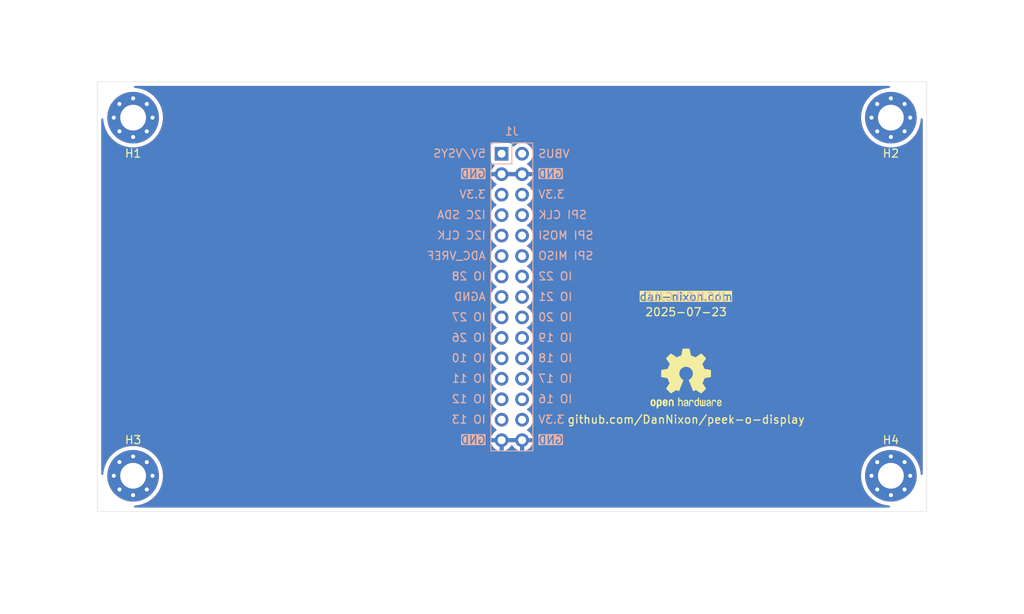
<source format=kicad_pcb>
(kicad_pcb (version 20241229) (generator "pcbnew") (generator_version "9.0")
  (layers (0 "F.Cu" signal) (2 "B.Cu" signal) (13 "F.Paste" user) (15 "B.Paste" user) (5 "F.SilkS" user "F.Silkscreen") (7 "B.SilkS" user "B.Silkscreen") (1 "F.Mask" user) (3 "B.Mask" user) (25 "Edge.Cuts" user))
  (net 0 "")
  (net 1 "/IO_19")
  (net 2 "/IO_12")
  (net 3 "/I2C_SDA")
  (net 4 "GND")
  (net 5 "/IO_18")
  (net 6 "/IO_22")
  (net 7 "VBUS")
  (net 8 "/IO_26")
  (net 9 "/AGND")
  (net 10 "/IO_28")
  (net 11 "/IO_17")
  (net 12 "/IO_27")
  (net 13 "/IO_13")
  (net 14 "/SPI_MOSI")
  (net 15 "/SPI_MISO")
  (net 16 "/IO_20")
  (net 17 "/SPI_CLK")
  (net 18 "+3.3V")
  (net 19 "/ADC_VREF")
  (net 20 "+5V")
  (net 21 "/IO_16")
  (net 22 "/I2C_CLK")
  (net 23 "/IO_21")
  (net 60 "/IO_10")
  (net 61 "/IO_11")
  (footprint "MountingHole:MountingHole_3.2mm_M3_Pad_Via" (layer "F.Cu") (at 80.01 78.105)
    (property "Reference" "H1" (at 0 4.445 0) (layer "F.SilkS"))
    (property "Value" "MountingHole_Pad")
    (pad "1" thru_hole circle (at -2.4 0) (size 0.8 0.8) (drill 0.5) (layers "*.Cu" "*.Mask"))
    (pad "1" thru_hole circle (at -1.697056 -1.697056) (size 0.8 0.8) (drill 0.5) (layers "*.Cu" "*.Mask"))
    (pad "1" thru_hole circle (at -1.697056 1.697056) (size 0.8 0.8) (drill 0.5) (layers "*.Cu" "*.Mask"))
    (pad "1" thru_hole circle (at 0 -2.4) (size 0.8 0.8) (drill 0.5) (layers "*.Cu" "*.Mask"))
    (pad "1" thru_hole circle (at 0 0) (size 6.4 6.4) (drill 3.2) (layers "*.Cu" "*.Mask"))
    (pad "1" thru_hole circle (at 0 2.4) (size 0.8 0.8) (drill 0.5) (layers "*.Cu" "*.Mask"))
    (pad "1" thru_hole circle (at 1.697056 -1.697056) (size 0.8 0.8) (drill 0.5) (layers "*.Cu" "*.Mask"))
    (pad "1" thru_hole circle (at 1.697056 1.697056) (size 0.8 0.8) (drill 0.5) (layers "*.Cu" "*.Mask"))
    (pad "1" thru_hole circle (at 2.4 0) (size 0.8 0.8) (drill 0.5) (layers "*.Cu" "*.Mask"))
  )
  (footprint "Symbol:OSHW-Logo2_9.8x8mm_SilkScreen" (layer "F.Cu") (at 148.59 110.49)
    (property "Reference" "REF**" (hide yes))
    (property "Value" "OSHW-Logo2_9.8x8mm_SilkScreen" (hide yes))
    (fp_poly (pts (xy 3.570807 2.636782) (xy 3.594161 2.646988) (xy 3.649902 2.691134) (xy 3.697569 2.754967) (xy 3.727048 2.823087) (xy 3.731846 2.85667) (xy 3.71576 2.903556) (xy 3.680475 2.928365) (xy 3.642644 2.943387) (xy 3.625321 2.946155) (xy 3.616886 2.926066) (xy 3.60023 2.882351) (xy 3.592923 2.862598) (xy 3.551948 2.794271) (xy 3.492622 2.760191) (xy 3.416552 2.761239) (xy 3.410918 2.762581) (xy 3.370305 2.781836) (xy 3.340448 2.819375) (xy 3.320055 2.879809) (xy 3.307836 2.967751) (xy 3.3025 3.087813) (xy 3.302 3.151698) (xy 3.301752 3.252403) (xy 3.300126 3.321054) (xy 3.295801 3.364673) (xy 3.287454 3.390282) (xy 3.273765 3.404903) (xy 3.253411 3.415558) (xy 3.252234 3.416095) (xy 3.213038 3.432667) (xy 3.193619 3.438769) (xy 3.190635 3.420319) (xy 3.188081 3.369323) (xy 3.18614 3.292308) (xy 3.184997 3.195805) (xy 3.184769 3.125184) (xy 3.185932 2.988525) (xy 3.190479 2.884851) (xy 3.199999 2.808108) (xy 3.216081 2.752246) (xy 3.240313 2.711212) (xy 3.274286 2.678954) (xy 3.307833 2.65644) (xy 3.388499 2.626476) (xy 3.482381 2.619718) (xy 3.570807 2.636782)) (stroke (width 0.01)) (fill yes) (layer "F.SilkS"))
    (fp_poly (pts (xy -1.728336 2.595089) (xy -1.665633 2.631358) (xy -1.622039 2.667358) (xy -1.590155 2.705075) (xy -1.56819 2.751199) (xy -1.554351 2.812421) (xy -1.546847 2.895431) (xy -1.543883 3.006919) (xy -1.543539 3.087062) (xy -1.543539 3.382065) (xy -1.709615 3.456515) (xy -1.719385 3.133402) (xy -1.723421 3.012729) (xy -1.727656 2.925141) (xy -1.732903 2.86465) (xy -1.739975 2.825268) (xy -1.749689 2.801007) (xy -1.762856 2.78588) (xy -1.767081 2.782606) (xy -1.831091 2.757034) (xy -1.895792 2.767153) (xy -1.934308 2.794) (xy -1.949975 2.813024) (xy -1.96082 2.837988) (xy -1.967712 2.875834) (xy -1.971521 2.933502) (xy -1.973117 3.017935) (xy -1.973385 3.105928) (xy -1.973437 3.216323) (xy -1.975328 3.294463) (xy -1.981655 3.347165) (xy -1.995017 3.381242) (xy -2.018015 3.403511) (xy -2.053246 3.420787) (xy -2.100303 3.438738) (xy -2.151697 3.458278) (xy -2.145579 3.111485) (xy -2.143116 2.986468) (xy -2.140233 2.894082) (xy -2.136102 2.827881) (xy -2.129893 2.78142) (xy -2.120774 2.748256) (xy -2.107917 2.721944) (xy -2.092416 2.698729) (xy -2.017629 2.624569) (xy -1.926372 2.581684) (xy -1.827117 2.571412) (xy -1.728336 2.595089)) (stroke (width 0.01)) (fill yes) (layer "F.SilkS"))
    (fp_poly (pts (xy 0.713362 2.62467) (xy 0.802117 2.657421) (xy 0.874022 2.71535) (xy 0.902144 2.756128) (xy 0.932802 2.830954) (xy 0.932165 2.885058) (xy 0.899987 2.921446) (xy 0.888081 2.927633) (xy 0.836675 2.946925) (xy 0.810422 2.941982) (xy 0.80153 2.909587) (xy 0.801077 2.891692) (xy 0.784797 2.825859) (xy 0.742365 2.779807) (xy 0.683388 2.757564) (xy 0.617475 2.763161) (xy 0.563895 2.792229) (xy 0.545798 2.80881) (xy 0.532971 2.828925) (xy 0.524306 2.859332) (xy 0.518696 2.906788) (xy 0.515035 2.97805) (xy 0.512215 3.079875) (xy 0.511484 3.112115) (xy 0.50882 3.22241) (xy 0.505792 3.300036) (xy 0.50125 3.351396) (xy 0.494046 3.38289) (xy 0.483033 3.40092) (xy 0.46706 3.411888) (xy 0.456834 3.416733) (xy 0.413406 3.433301) (xy 0.387842 3.438769) (xy 0.379395 3.420507) (xy 0.374239 3.365296) (xy 0.372346 3.272499) (xy 0.373689 3.141478) (xy 0.374107 3.121269) (xy 0.377058 3.001733) (xy 0.380548 2.914449) (xy 0.385514 2.852591) (xy 0.392893 2.809336) (xy 0.403624 2.77786) (xy 0.418645 2.751339) (xy 0.426502 2.739975) (xy 0.471553 2.689692) (xy 0.52194 2.650581) (xy 0.528108 2.647167) (xy 0.618458 2.620212) (xy 0.713362 2.62467)) (stroke (width 0.01)) (fill yes) (layer "F.SilkS"))
    (fp_poly (pts (xy -0.840154 2.49212) (xy -0.834428 2.57198) (xy -0.827851 2.619039) (xy -0.818738 2.639566) (xy -0.805402 2.639829) (xy -0.801077 2.637378) (xy -0.743556 2.619636) (xy -0.668732 2.620672) (xy -0.592661 2.63891) (xy -0.545082 2.662505) (xy -0.496298 2.700198) (xy -0.460636 2.742855) (xy -0.436155 2.797057) (xy -0.420913 2.869384) (xy -0.41297 2.966419) (xy -0.410384 3.094742) (xy -0.410338 3.119358) (xy -0.410308 3.39587) (xy -0.471839 3.41732) (xy -0.515541 3.431912) (xy -0.539518 3.438706) (xy -0.540223 3.438769) (xy -0.542585 3.420345) (xy -0.544594 3.369526) (xy -0.546099 3.292993) (xy -0.546947 3.19743) (xy -0.547077 3.139329) (xy -0.547349 3.024771) (xy -0.548748 2.942667) (xy -0.552151 2.886393) (xy -0.558433 2.849326) (xy -0.568471 2.824844) (xy -0.583139 2.806325) (xy -0.592298 2.797406) (xy -0.655211 2.761466) (xy -0.723864 2.758775) (xy -0.786152 2.78917) (xy -0.797671 2.800144) (xy -0.814567 2.820779) (xy -0.826286 2.845256) (xy -0.833767 2.880647) (xy -0.837946 2.934026) (xy -0.839763 3.012466) (xy -0.840154 3.120617) (xy -0.840154 3.39587) (xy -0.901685 3.41732) (xy -0.945387 3.431912) (xy -0.969364 3.438706) (xy -0.97007 3.438769) (xy -0.971874 3.420069) (xy -0.9735 3.367322) (xy -0.974883 3.285557) (xy -0.975958 3.179805) (xy -0.97666 3.055094) (xy -0.976923 2.916455) (xy -0.976923 2.381806) (xy -0.849923 2.328236) (xy -0.840154 2.49212)) (stroke (width 0.01)) (fill yes) (layer "F.SilkS"))
    (fp_poly (pts (xy 2.395929 2.636662) (xy 2.398911 2.688068) (xy 2.401247 2.766192) (xy 2.402749 2.864857) (xy 2.403231 2.968343) (xy 2.403231 3.318533) (xy 2.341401 3.380363) (xy 2.298793 3.418462) (xy 2.26139 3.433895) (xy 2.21027 3.432918) (xy 2.189978 3.430433) (xy 2.126554 3.4232) (xy 2.074095 3.419055) (xy 2.061308 3.418672) (xy 2.018199 3.421176) (xy 1.956544 3.427462) (xy 1.932638 3.430433) (xy 1.873922 3.435028) (xy 1.834464 3.425046) (xy 1.795338 3.394228) (xy 1.781215 3.380363) (xy 1.719385 3.318533) (xy 1.719385 2.663503) (xy 1.76915 2.640829) (xy 1.812002 2.624034) (xy 1.837073 2.618154) (xy 1.843501 2.636736) (xy 1.849509 2.688655) (xy 1.854697 2.768172) (xy 1.858664 2.869546) (xy 1.860577 2.955192) (xy 1.865923 3.292231) (xy 1.91256 3.298825) (xy 1.954976 3.294214) (xy 1.97576 3.279287) (xy 1.98157 3.251377) (xy 1.98653 3.191925) (xy 1.990246 3.108466) (xy 1.992324 3.008532) (xy 1.992624 2.957104) (xy 1.992923 2.661054) (xy 2.054454 2.639604) (xy 2.098004 2.62502) (xy 2.121694 2.618219) (xy 2.122377 2.618154) (xy 2.124754 2.636642) (xy 2.127366 2.687906) (xy 2.129995 2.765649) (xy 2.132421 2.863574) (xy 2.134115 2.955192) (xy 2.139461 3.292231) (xy 2.256692 3.292231) (xy 2.262072 2.984746) (xy 2.267451 2.677261) (xy 2.324601 2.647707) (xy 2.366797 2.627413) (xy 2.39177 2.618204) (xy 2.392491 2.618154) (xy 2.395929 2.636662)) (stroke (width 0.01)) (fill yes) (layer "F.SilkS"))
    (fp_poly (pts (xy -3.983114 2.587256) (xy -3.891536 2.635409) (xy -3.823951 2.712905) (xy -3.799943 2.762727) (xy -3.781262 2.837533) (xy -3.771699 2.932052) (xy -3.770792 3.03521) (xy -3.778079 3.135935) (xy -3.793097 3.223153) (xy -3.815385 3.285791) (xy -3.822235 3.296579) (xy -3.903368 3.377105) (xy -3.999734 3.425336) (xy -4.104299 3.43945) (xy -4.210032 3.417629) (xy -4.239457 3.404547) (xy -4.296759 3.364231) (xy -4.34705 3.310775) (xy -4.351803 3.303995) (xy -4.371122 3.271321) (xy -4.383892 3.236394) (xy -4.391436 3.190414) (xy -4.395076 3.124584) (xy -4.396135 3.030105) (xy -4.396154 3.008923) (xy -4.396106 3.002182) (xy -4.200769 3.002182) (xy -4.199632 3.091349) (xy -4.195159 3.15052) (xy -4.185754 3.188741) (xy -4.169824 3.215053) (xy -4.161692 3.223846) (xy -4.114942 3.257261) (xy -4.069553 3.255737) (xy -4.02366 3.226752) (xy -3.996288 3.195809) (xy -3.980077 3.150643) (xy -3.970974 3.07942) (xy -3.970349 3.071114) (xy -3.968796 2.942037) (xy -3.985035 2.846172) (xy -4.018848 2.784107) (xy -4.070016 2.756432) (xy -4.08828 2.754923) (xy -4.13624 2.762513) (xy -4.169047 2.788808) (xy -4.189105 2.839095) (xy -4.198822 2.918664) (xy -4.200769 3.002182) (xy -4.396106 3.002182) (xy -4.395426 2.908249) (xy -4.392371 2.837906) (xy -4.385678 2.789163) (xy -4.37404 2.753288) (xy -4.356147 2.721548) (xy -4.352192 2.715648) (xy -4.285733 2.636104) (xy -4.213315 2.589929) (xy -4.125151 2.571599) (xy -4.095213 2.570703) (xy -3.983114 2.587256)) (stroke (width 0.01)) (fill yes) (layer "F.SilkS"))
    (fp_poly (pts (xy 4.245224 2.647838) (xy 4.322528 2.698361) (xy 4.359814 2.74359) (xy 4.389353 2.825663) (xy 4.391699 2.890607) (xy 4.386385 2.977445) (xy 4.186115 3.065103) (xy 4.088739 3.109887) (xy 4.025113 3.145913) (xy 3.992029 3.177117) (xy 3.98628 3.207436) (xy 4.004658 3.240805) (xy 4.024923 3.262923) (xy 4.083889 3.298393) (xy 4.148024 3.300879) (xy 4.206926 3.273235) (xy 4.250197 3.21832) (xy 4.257936 3.198928) (xy 4.295006 3.138364) (xy 4.337654 3.112552) (xy 4.396154 3.090471) (xy 4.396154 3.174184) (xy 4.390982 3.23115) (xy 4.370723 3.279189) (xy 4.328262 3.334346) (xy 4.321951 3.341514) (xy 4.27472 3.390585) (xy 4.234121 3.41692) (xy 4.183328 3.429035) (xy 4.14122 3.433003) (xy 4.065902 3.433991) (xy 4.012286 3.421466) (xy 3.978838 3.402869) (xy 3.926268 3.361975) (xy 3.889879 3.317748) (xy 3.86685 3.262126) (xy 3.854359 3.187047) (xy 3.849587 3.084449) (xy 3.849206 3.032376) (xy 3.850501 2.969948) (xy 3.968471 2.969948) (xy 3.969839 3.003438) (xy 3.973249 3.008923) (xy 3.995753 3.001472) (xy 4.044182 2.981753) (xy 4.108908 2.953718) (xy 4.122443 2.947692) (xy 4.204244 2.906096) (xy 4.249312 2.869538) (xy 4.259217 2.835296) (xy 4.235526 2.800648) (xy 4.21596 2.785339) (xy 4.14536 2.754721) (xy 4.07928 2.75978) (xy 4.023959 2.797151) (xy 3.985636 2.863473) (xy 3.973349 2.916116) (xy 3.968471 2.969948) (xy 3.850501 2.969948) (xy 3.85173 2.91072) (xy 3.861032 2.82071) (xy 3.87946 2.755167) (xy 3.90936 2.706912) (xy 3.95308 2.668767) (xy 3.972141 2.65644) (xy 4.058726 2.624336) (xy 4.153522 2.622316) (xy 4.245224 2.647838)) (stroke (width 0.01)) (fill yes) (layer "F.SilkS"))
    (fp_poly (pts (xy 1.602081 2.780289) (xy 1.601833 2.92632) (xy 1.600872 3.038655) (xy 1.598794 3.122678) (xy 1.595193 3.183769) (xy 1.589665 3.227309) (xy 1.581804 3.258679) (xy 1.571207 3.283262) (xy 1.563182 3.297294) (xy 1.496728 3.373388) (xy 1.41247 3.421084) (xy 1.319249 3.438199) (xy 1.2259 3.422546) (xy 1.170312 3.394418) (xy 1.111957 3.34576) (xy 1.072186 3.286333) (xy 1.04819 3.208507) (xy 1.037161 3.104652) (xy 1.035599 3.028462) (xy 1.035809 3.022986) (xy 1.172308 3.022986) (xy 1.173141 3.110355) (xy 1.176961 3.168192) (xy 1.185746 3.206029) (xy 1.201474 3.233398) (xy 1.220266 3.254042) (xy 1.283375 3.29389) (xy 1.351137 3.297295) (xy 1.415179 3.264025) (xy 1.420164 3.259517) (xy 1.441439 3.236067) (xy 1.454779 3.208166) (xy 1.462001 3.166641) (xy 1.464923 3.102316) (xy 1.465385 3.0312) (xy 1.464383 2.941858) (xy 1.460238 2.882258) (xy 1.451236 2.843089) (xy 1.435667 2.81504) (xy 1.422902 2.800144) (xy 1.3636 2.762575) (xy 1.295301 2.758057) (xy 1.23011 2.786753) (xy 1.217528 2.797406) (xy 1.196111 2.821063) (xy 1.182744 2.849251) (xy 1.175566 2.891245) (xy 1.172719 2.956319) (xy 1.172308 3.022986) (xy 1.035809 3.022986) (xy 1.040322 2.905765) (xy 1.056362 2.813577) (xy 1.086528 2.744269) (xy 1.133629 2.690211) (xy 1.170312 2.662505) (xy 1.23699 2.632572) (xy 1.314272 2.618678) (xy 1.38611 2.622397) (xy 1.426308 2.6374) (xy 1.442082 2.64167) (xy 1.45255 2.62575) (xy 1.459856 2.583089) (xy 1.465385 2.518106) (xy 1.471437 2.445732) (xy 1.479844 2.402187) (xy 1.495141 2.377287) (xy 1.521864 2.360845) (xy 1.538654 2.353564) (xy 1.602154 2.326963) (xy 1.602081 2.780289)) (stroke (width 0.01)) (fill yes) (layer "F.SilkS"))
    (fp_poly (pts (xy -2.465746 2.599745) (xy -2.388714 2.651567) (xy -2.329184 2.726412) (xy -2.293622 2.821654) (xy -2.286429 2.891756) (xy -2.287246 2.921009) (xy -2.294086 2.943407) (xy -2.312888 2.963474) (xy -2.349592 2.985733) (xy -2.410138 3.014709) (xy -2.500466 3.054927) (xy -2.500923 3.055129) (xy -2.584067 3.09321) (xy -2.652247 3.127025) (xy -2.698495 3.152933) (xy -2.715842 3.167295) (xy -2.715846 3.167411) (xy -2.700557 3.198685) (xy -2.664804 3.233157) (xy -2.623758 3.25799) (xy -2.602963 3.262923) (xy -2.54623 3.245862) (xy -2.497373 3.203133) (xy -2.473535 3.156155) (xy -2.450603 3.121522) (xy -2.405682 3.082081) (xy -2.352877 3.048009) (xy -2.30629 3.02948) (xy -2.296548 3.028462) (xy -2.285582 3.045215) (xy -2.284921 3.088039) (xy -2.29298 3.145781) (xy -2.308173 3.207289) (xy -2.328914 3.261409) (xy -2.329962 3.26351) (xy -2.392379 3.35066) (xy -2.473274 3.409939) (xy -2.565144 3.439034) (xy -2.660487 3.435634) (xy -2.751802 3.397428) (xy -2.755862 3.394741) (xy -2.827694 3.329642) (xy -2.874927 3.244705) (xy -2.901066 3.133021) (xy -2.904574 3.101643) (xy -2.910787 2.953536) (xy -2.903339 2.884468) (xy -2.715846 2.884468) (xy -2.71341 2.927552) (xy -2.700086 2.940126) (xy -2.666868 2.930719) (xy -2.614506 2.908483) (xy -2.555976 2.88061) (xy -2.554521 2.879872) (xy -2.504911 2.853777) (xy -2.485 2.836363) (xy -2.48991 2.818107) (xy -2.510584 2.79412) (xy -2.563181 2.759406) (xy -2.619823 2.756856) (xy -2.670631 2.782119) (xy -2.705724 2.830847) (xy -2.715846 2.884468) (xy -2.903339 2.884468) (xy -2.898008 2.835036) (xy -2.865222 2.741055) (xy -2.819579 2.675215) (xy -2.737198 2.608681) (xy -2.646454 2.575676) (xy -2.553815 2.573573) (xy -2.465746 2.599745)) (stroke (width 0.01)) (fill yes) (layer "F.SilkS"))
    (fp_poly (pts (xy 0.053501 2.626303) (xy 0.13006 2.654733) (xy 0.130936 2.655279) (xy 0.178285 2.690127) (xy 0.213241 2.730852) (xy 0.237825 2.783925) (xy 0.254062 2.855814) (xy 0.263975 2.952992) (xy 0.269586 3.081928) (xy 0.270077 3.100298) (xy 0.277141 3.377287) (xy 0.217695 3.408028) (xy 0.174681 3.428802) (xy 0.14871 3.438646) (xy 0.147509 3.438769) (xy 0.143014 3.420606) (xy 0.139444 3.371612) (xy 0.137248 3.300031) (xy 0.136769 3.242068) (xy 0.136758 3.14817) (xy 0.132466 3.089203) (xy 0.117503 3.061079) (xy 0.085482 3.059706) (xy 0.030014 3.080998) (xy -0.053731 3.120136) (xy -0.115311 3.152643) (xy -0.146983 3.180845) (xy -0.156294 3.211582) (xy -0.156308 3.213104) (xy -0.140943 3.266054) (xy -0.095453 3.29466) (xy -0.025834 3.298803) (xy 0.024313 3.298084) (xy 0.050754 3.312527) (xy 0.067243 3.347218) (xy 0.076733 3.391416) (xy 0.063057 3.416493) (xy 0.057907 3.420082) (xy 0.009425 3.434496) (xy -0.058469 3.436537) (xy -0.128388 3.426983) (xy -0.177932 3.409522) (xy -0.24643 3.351364) (xy -0.285366 3.270408) (xy -0.293077 3.20716) (xy -0.287193 3.150111) (xy -0.265899 3.103542) (xy -0.223735 3.062181) (xy -0.155241 3.020755) (xy -0.054956 2.973993) (xy -0.048846 2.97135) (xy 0.04149 2.929617) (xy 0.097235 2.895391) (xy 0.121129 2.864635) (xy 0.115913 2.833311) (xy 0.084328 2.797383) (xy 0.074883 2.789116) (xy 0.011617 2.757058) (xy -0.053936 2.758407) (xy -0.111028 2.789838) (xy -0.148907 2.848024) (xy -0.152426 2.859446) (xy -0.1867 2.914837) (xy -0.230191 2.941518) (xy -0.293077 2.96796) (xy -0.293077 2.899548) (xy -0.273948 2.80011) (xy -0.217169 2.708902) (xy -0.187622 2.678389) (xy -0.120458 2.639228) (xy -0.035044 2.6215) (xy 0.053501 2.626303)) (stroke (width 0.01)) (fill yes) (layer "F.SilkS"))
    (fp_poly (pts (xy -3.231114 2.584505) (xy -3.156461 2.621727) (xy -3.090569 2.690261) (xy -3.072423 2.715648) (xy -3.052655 2.748866) (xy -3.039828 2.784945) (xy -3.03249 2.833098) (xy -3.029187 2.902536) (xy -3.028462 2.994206) (xy -3.031737 3.11983) (xy -3.043123 3.214154) (xy -3.064959 3.284523) (xy -3.099581 3.338286) (xy -3.14933 3.382788) (xy -3.152986 3.385423) (xy -3.202015 3.412377) (xy -3.261055 3.425712) (xy -3.336141 3.429) (xy -3.458205 3.429) (xy -3.458256 3.547497) (xy -3.459392 3.613492) (xy -3.466314 3.652202) (xy -3.484402 3.675419) (xy -3.519038 3.694933) (xy -3.527355 3.69892) (xy -3.56628 3.717603) (xy -3.596417 3.729403) (xy -3.618826 3.730422) (xy -3.634567 3.716761) (xy -3.644698 3.684522) (xy -3.650277 3.629804) (xy -3.652365 3.548711) (xy -3.652019 3.437344) (xy -3.6503 3.291802) (xy -3.649763 3.248269) (xy -3.647828 3.098205) (xy -3.646096 3.000042) (xy -3.458308 3.000042) (xy -3.457252 3.083364) (xy -3.452562 3.13788) (xy -3.441949 3.173837) (xy -3.423128 3.201482) (xy -3.41035 3.214965) (xy -3.35811 3.254417) (xy -3.311858 3.257628) (xy -3.264133 3.225049) (xy -3.262923 3.223846) (xy -3.243506 3.198668) (xy -3.231693 3.164447) (xy -3.225735 3.111748) (xy -3.22388 3.031131) (xy -3.223846 3.013271) (xy -3.22833 2.902175) (xy -3.242926 2.825161) (xy -3.26935 2.778147) (xy -3.309317 2.75705) (xy -3.332416 2.754923) (xy -3.387238 2.7649) (xy -3.424842 2.797752) (xy -3.447477 2.857857) (xy -3.457394 2.949598) (xy -3.458308 3.000042) (xy -3.646096 3.000042) (xy -3.645778 2.98206) (xy -3.643127 2.894679) (xy -3.639394 2.830905) (xy -3.634093 2.785582) (xy -3.626742 2.753555) (xy -3.616857 2.729668) (xy -3.603954 2.708764) (xy -3.598421 2.700898) (xy -3.525031 2.626595) (xy -3.43224 2.584467) (xy -3.324904 2.572722) (xy -3.231114 2.584505)) (stroke (width 0.01)) (fill yes) (layer "F.SilkS"))
    (fp_poly (pts (xy 2.887333 2.633528) (xy 2.94359 2.659117) (xy 2.987747 2.690124) (xy 3.020101 2.724795) (xy 3.042438 2.76952) (xy 3.056546 2.830692) (xy 3.064211 2.914701) (xy 3.06722 3.02794) (xy 3.067538 3.102509) (xy 3.067538 3.39342) (xy 3.017773 3.416095) (xy 2.978576 3.432667) (xy 2.959157 3.438769) (xy 2.955442 3.42061) (xy 2.952495 3.371648) (xy 2.950691 3.300153) (xy 2.950308 3.243385) (xy 2.948661 3.161371) (xy 2.944222 3.096309) (xy 2.93774 3.056467) (xy 2.93259 3.048) (xy 2.897977 3.056646) (xy 2.84364 3.078823) (xy 2.780722 3.108886) (xy 2.720368 3.141192) (xy 2.673721 3.170098) (xy 2.651926 3.189961) (xy 2.651839 3.190175) (xy 2.653714 3.226935) (xy 2.670525 3.262026) (xy 2.700039 3.290528) (xy 2.743116 3.300061) (xy 2.779932 3.29895) (xy 2.832074 3.298133) (xy 2.859444 3.310349) (xy 2.875882 3.342624) (xy 2.877955 3.34871) (xy 2.885081 3.394739) (xy 2.866024 3.422687) (xy 2.816353 3.436007) (xy 2.762697 3.43847) (xy 2.666142 3.42021) (xy 2.616159 3.394131) (xy 2.554429 3.332868) (xy 2.52169 3.25767) (xy 2.518753 3.178211) (xy 2.546424 3.104167) (xy 2.588047 3.057769) (xy 2.629604 3.031793) (xy 2.694922 2.998907) (xy 2.771038 2.965557) (xy 2.783726 2.960461) (xy 2.867333 2.923565) (xy 2.91553 2.891046) (xy 2.93103 2.858718) (xy 2.91655 2.822394) (xy 2.891692 2.794) (xy 2.832939 2.759039) (xy 2.768293 2.756417) (xy 2.709008 2.783358) (xy 2.666339 2.837088) (xy 2.660739 2.85095) (xy 2.628133 2.901936) (xy 2.58053 2.939787) (xy 2.520461 2.97085) (xy 2.520461 2.882768) (xy 2.523997 2.828951) (xy 2.539156 2.786534) (xy 2.572768 2.741279) (xy 2.605035 2.70642) (xy 2.655209 2.657062) (xy 2.694193 2.630547) (xy 2.736064 2.619911) (xy 2.78346 2.618154) (xy 2.887333 2.633528)) (stroke (width 0.01)) (fill yes) (layer "F.SilkS"))
    (fp_poly (pts (xy 0.139878 -3.712224) (xy 0.245612 -3.711645) (xy 0.322132 -3.710078) (xy 0.374372 -3.707028) (xy 0.407263 -3.702004) (xy 0.425737 -3.694511) (xy 0.434727 -3.684056) (xy 0.439163 -3.670147) (xy 0.439594 -3.668346) (xy 0.446333 -3.635855) (xy 0.458808 -3.571748) (xy 0.475719 -3.482849) (xy 0.495771 -3.375981) (xy 0.517664 -3.257967) (xy 0.518429 -3.253822) (xy 0.540359 -3.138169) (xy 0.560877 -3.035986) (xy 0.578659 -2.953402) (xy 0.592381 -2.896544) (xy 0.600718 -2.871542) (xy 0.601116 -2.871099) (xy 0.625677 -2.85889) (xy 0.676315 -2.838544) (xy 0.742095 -2.814455) (xy 0.742461 -2.814326) (xy 0.825317 -2.783182) (xy 0.923 -2.743509) (xy 1.015077 -2.703619) (xy 1.019434 -2.701647) (xy 1.169407 -2.63358) (xy 1.501498 -2.860361) (xy 1.603374 -2.929496) (xy 1.695657 -2.991303) (xy 1.773003 -3.042267) (xy 1.830064 -3.078873) (xy 1.861495 -3.097606) (xy 1.864479 -3.098996) (xy 1.887321 -3.09281) (xy 1.929982 -3.062965) (xy 1.994128 -3.008053) (xy 2.081421 -2.926666) (xy 2.170535 -2.840078) (xy 2.256441 -2.754753) (xy 2.333327 -2.676892) (xy 2.396564 -2.611303) (xy 2.441523 -2.562795) (xy 2.463576 -2.536175) (xy 2.464396 -2.534805) (xy 2.466834 -2.516537) (xy 2.45765 -2.486705) (xy 2.434574 -2.441279) (xy 2.395337 -2.37623) (xy 2.33767 -2.28753) (xy 2.260795 -2.173343) (xy 2.19257 -2.072838) (xy 2.131582 -1.982697) (xy 2.081356 -1.908151) (xy 2.045416 -1.854435) (xy 2.027287 -1.826782) (xy 2.026146 -1.824905) (xy 2.028359 -1.79841) (xy 2.045138 -1.746914) (xy 2.073142 -1.680149) (xy 2.083122 -1.658828) (xy 2.126672 -1.563841) (xy 2.173134 -1.456063) (xy 2.210877 -1.362808) (xy 2.238073 -1.293594) (xy 2.259675 -1.240994) (xy 2.272158 -1.213503) (xy 2.273709 -1.211384) (xy 2.296668 -1.207876) (xy 2.350786 -1.198262) (xy 2.428868 -1.183911) (xy 2.523719 -1.166193) (xy 2.628143 -1.146475) (xy 2.734944 -1.126126) (xy 2.836926 -1.106514) (xy 2.926894 -1.089009) (xy 2.997653 -1.074978) (xy 3.042006 -1.065791) (xy 3.052885 -1.063193) (xy 3.064122 -1.056782) (xy 3.072605 -1.042303) (xy 3.078714 -1.014867) (xy 3.082832 -0.969589) (xy 3.085341 -0.90158) (xy 3.086621 -0.805953) (xy 3.087054 -0.67782) (xy 3.087077 -0.625299) (xy 3.087077 -0.198155) (xy 2.9845 -0.177909) (xy 2.927431 -0.16693) (xy 2.842269 -0.150905) (xy 2.739372 -0.131767) (xy 2.629096 -0.111449) (xy 2.598615 -0.105868) (xy 2.496855 -0.086083) (xy 2.408205 -0.066627) (xy 2.340108 -0.049303) (xy 2.300004 -0.035912) (xy 2.293323 -0.031921) (xy 2.276919 -0.003658) (xy 2.253399 0.051109) (xy 2.227316 0.121588) (xy 2.222142 0.136769) (xy 2.187956 0.230896) (xy 2.145523 0.337101) (xy 2.103997 0.432473) (xy 2.103792 0.432916) (xy 2.03464 0.582525) (xy 2.489512 1.251617) (xy 2.1975 1.544116) (xy 2.10918 1.63117) (xy 2.028625 1.707909) (xy 1.96036 1.770237) (xy 1.908908 1.814056) (xy 1.878794 1.83527) (xy 1.874474 1.836616) (xy 1.849111 1.826016) (xy 1.797358 1.796547) (xy 1.724868 1.751705) (xy 1.637294 1.694984) (xy 1.542612 1.631462) (xy 1.446516 1.566668) (xy 1.360837 1.510287) (xy 1.291016 1.465788) (xy 1.242494 1.436639) (xy 1.220782 1.426308) (xy 1.194293 1.43505) (xy 1.144062 1.458087) (xy 1.080451 1.490631) (xy 1.073708 1.494249) (xy 0.988046 1.53721) (xy 0.929306 1.558279) (xy 0.892772 1.558503) (xy 0.873731 1.538928) (xy 0.87362 1.538654) (xy 0.864102 1.515472) (xy 0.841403 1.460441) (xy 0.807282 1.377822) (xy 0.7635 1.271872) (xy 0.711816 1.146852) (xy 0.653992 1.00702) (xy 0.597991 0.871637) (xy 0.536447 0.722234) (xy 0.479939 0.583832) (xy 0.430161 0.460673) (xy 0.388806 0.357002) (xy 0.357568 0.277059) (xy 0.338141 0.225088) (xy 0.332154 0.205692) (xy 0.347168 0.183443) (xy 0.386439 0.147982) (xy 0.438807 0.108887) (xy 0.587941 -0.014755) (xy 0.704511 -0.156478) (xy 0.787118 -0.313296) (xy 0.834366 -0.482225) (xy 0.844857 -0.660278) (xy 0.837231 -0.742461) (xy 0.795682 -0.912969) (xy 0.724123 -1.063541) (xy 0.626995 -1.192691) (xy 0.508734 -1.298936) (xy 0.37378 -1.38079) (xy 0.226571 -1.436768) (xy 0.071544 -1.465385) (xy -0.086861 -1.465156) (xy -0.244206 -1.434595) (xy -0.396054 -1.372218) (xy -0.537965 -1.27654) (xy -0.597197 -1.222428) (xy -0.710797 -1.08348) (xy -0.789894 -0.931639) (xy -0.835014 -0.771333) (xy -0.846684 -0.606988) (xy -0.825431 -0.443029) (xy -0.77178 -0.283882) (xy -0.68626 -0.133975) (xy -0.569395 0.002267) (xy -0.438807 0.108887) (xy -0.384412 0.149642) (xy -0.345986 0.184718) (xy -0.332154 0.205726) (xy -0.339397 0.228635) (xy -0.359995 0.283365) (xy -0.392254 0.365672) (xy -0.434479 0.471315) (xy -0.484977 0.59605) (xy -0.542052 0.735636) (xy -0.598146 0.87167) (xy -0.660033 1.021201) (xy -0.717356 1.159767) (xy -0.768356 1.283107) (xy -0.811273 1.386964) (xy -0.844347 1.46708) (xy -0.865819 1.519195) (xy -0.873775 1.538654) (xy -0.892571 1.558423) (xy -0.928926 1.558365) (xy -0.987521 1.537441) (xy -1.073032 1.494613) (xy -1.073708 1.494249) (xy -1.138093 1.461012) (xy -1.190139 1.436802) (xy -1.219488 1.426404) (xy -1.220783 1.426308) (xy -1.242876 1.436855) (xy -1.291652 1.466184) (xy -1.361669 1.510827) (xy -1.447486 1.567314) (xy -1.542612 1.631462) (xy -1.63946 1.696411) (xy -1.726747 1.752896) (xy -1.798819 1.797421) (xy -1.850023 1.82649) (xy -1.874474 1.836616) (xy -1.89699 1.823307) (xy -1.942258 1.786112) (xy -2.005756 1.729128) (xy -2.082961 1.656449) (xy -2.169349 1.572171) (xy -2.197601 1.544016) (xy -2.489713 1.251416) (xy -2.267369 0.925104) (xy -2.199798 0.824897) (xy -2.140493 0.734963) (xy -2.092783 0.66051) (xy -2.059993 0.606751) (xy -2.045452 0.578894) (xy -2.045026 0.576912) (xy -2.052692 0.550655) (xy -2.073311 0.497837) (xy -2.103315 0.42731) (xy -2.124375 0.380093) (xy -2.163752 0.289694) (xy -2.200835 0.198366) (xy -2.229585 0.1212) (xy -2.237395 0.097692) (xy -2.259583 0.034916) (xy -2.281273 -0.013589) (xy -2.293187 -0.031921) (xy -2.319477 -0.043141) (xy -2.376858 -0.059046) (xy -2.457882 -0.077833) (xy -2.555105 -0.097701) (xy -2.598615 -0.105868) (xy -2.709104 -0.126171) (xy -2.815084 -0.14583) (xy -2.906199 -0.162912) (xy -2.972092 -0.175482) (xy -2.9845 -0.177909) (xy -3.087077 -0.198155) (xy -3.087077 -0.625299) (xy -3.086847 -0.765754) (xy -3.085901 -0.872021) (xy -3.083859 -0.948987) (xy -3.080338 -1.00154) (xy -3.074957 -1.034567) (xy -3.067334 -1.052955) (xy -3.057088 -1.061592) (xy -3.052885 -1.063193) (xy -3.02753 -1.068873) (xy -2.971516 -1.080205) (xy -2.892036 -1.095821) (xy -2.796288 -1.114353) (xy -2.691467 -1.134431) (xy -2.584768 -1.154688) (xy -2.483387 -1.173754) (xy -2.394521 -1.190261) (xy -2.325363 -1.202841) (xy -2.283111 -1.210125) (xy -2.27371 -1.211384) (xy -2.265193 -1.228237) (xy -2.24634 -1.27313) (xy -2.220676 -1.33757) (xy -2.210877 -1.362808) (xy -2.171352 -1.460314) (xy -2.124808 -1.568041) (xy -2.083123 -1.658828) (xy -2.05245 -1.728247) (xy -2.032044 -1.78529) (xy -2.025232 -1.820223) (xy -2.026318 -1.824905) (xy -2.040715 -1.847009) (xy -2.073588 -1.896169) (xy -2.12141 -1.967152) (xy -2.180652 -2.054722) (xy -2.247785 -2.153643) (xy -2.261059 -2.17317) (xy -2.338954 -2.28886) (xy -2.396213 -2.376956) (xy -2.435119 -2.441514) (xy -2.457956 -2.486589) (xy -2.467006 -2.516237) (xy -2.464552 -2.534515) (xy -2.464489 -2.534631) (xy -2.445173 -2.558639) (xy -2.402449 -2.605053) (xy -2.340949 -2.669063) (xy -2.265302 -2.745855) (xy -2.180139 -2.830618) (xy -2.170535 -2.840078) (xy -2.06321 -2.944011) (xy -1.980385 -3.020325) (xy -1.920395 -3.070429) (xy -1.881577 -3.09573) (xy -1.86448 -3.098996) (xy -1.839527 -3.08475) (xy -1.787745 -3.051844) (xy -1.71448 -3.003792) (xy -1.62508 -2.94411) (xy -1.524889 -2.876312) (xy -1.501499 -2.860361) (xy -1.169407 -2.63358) (xy -1.019435 -2.701647) (xy -0.92823 -2.741315) (xy -0.830331 -2.781209) (xy -0.746169 -2.813017) (xy -0.742462 -2.814326) (xy -0.676631 -2.838424) (xy -0.625884 -2.8588) (xy -0.601158 -2.871064) (xy -0.601116 -2.871099) (xy -0.593271 -2.893266) (xy -0.579934 -2.947783) (xy -0.56243 -3.02852) (xy -0.542083 -3.12935) (xy -0.520218 -3.244144) (xy -0.518429 -3.253822) (xy -0.496496 -3.372096) (xy -0.47636 -3.479458) (xy -0.45932 -3.569083) (xy -0.446672 -3.634149) (xy -0.439716 -3.667832) (xy -0.439594 -3.668346) (xy -0.435361 -3.682675) (xy -0.427129 -3.693493) (xy -0.409967 -3.701294) (xy -0.378942 -3.706571) (xy -0.329122 -3.709818) (xy -0.255576 -3.711528) (xy -0.153371 -3.712193) (xy -0.017575 -3.712307) (xy 0 -3.712308) (xy 0.139878 -3.712224)) (stroke (width 0.01)) (fill yes) (layer "F.SilkS"))
  )
  (footprint "MountingHole:MountingHole_3.2mm_M3_Pad_Via" (layer "F.Cu") (at 173.99 78.105)
    (property "Reference" "H2" (at 0 4.445 0) (layer "F.SilkS"))
    (property "Value" "MountingHole_Pad")
    (pad "1" thru_hole circle (at -2.4 0) (size 0.8 0.8) (drill 0.5) (layers "*.Cu" "*.Mask"))
    (pad "1" thru_hole circle (at -1.697056 -1.697056) (size 0.8 0.8) (drill 0.5) (layers "*.Cu" "*.Mask"))
    (pad "1" thru_hole circle (at -1.697056 1.697056) (size 0.8 0.8) (drill 0.5) (layers "*.Cu" "*.Mask"))
    (pad "1" thru_hole circle (at 0 -2.4) (size 0.8 0.8) (drill 0.5) (layers "*.Cu" "*.Mask"))
    (pad "1" thru_hole circle (at 0 0) (size 6.4 6.4) (drill 3.2) (layers "*.Cu" "*.Mask"))
    (pad "1" thru_hole circle (at 0 2.4) (size 0.8 0.8) (drill 0.5) (layers "*.Cu" "*.Mask"))
    (pad "1" thru_hole circle (at 1.697056 -1.697056) (size 0.8 0.8) (drill 0.5) (layers "*.Cu" "*.Mask"))
    (pad "1" thru_hole circle (at 1.697056 1.697056) (size 0.8 0.8) (drill 0.5) (layers "*.Cu" "*.Mask"))
    (pad "1" thru_hole circle (at 2.4 0) (size 0.8 0.8) (drill 0.5) (layers "*.Cu" "*.Mask"))
  )
  (footprint "MountingHole:MountingHole_3.2mm_M3_Pad_Via" (layer "F.Cu") (at 80.01 122.555)
    (property "Reference" "H3" (at 0 -4.445 0) (layer "F.SilkS"))
    (property "Value" "MountingHole_Pad")
    (pad "1" thru_hole circle (at -2.4 0) (size 0.8 0.8) (drill 0.5) (layers "*.Cu" "*.Mask"))
    (pad "1" thru_hole circle (at -1.697056 -1.697056) (size 0.8 0.8) (drill 0.5) (layers "*.Cu" "*.Mask"))
    (pad "1" thru_hole circle (at -1.697056 1.697056) (size 0.8 0.8) (drill 0.5) (layers "*.Cu" "*.Mask"))
    (pad "1" thru_hole circle (at 0 -2.4) (size 0.8 0.8) (drill 0.5) (layers "*.Cu" "*.Mask"))
    (pad "1" thru_hole circle (at 0 0) (size 6.4 6.4) (drill 3.2) (layers "*.Cu" "*.Mask"))
    (pad "1" thru_hole circle (at 0 2.4) (size 0.8 0.8) (drill 0.5) (layers "*.Cu" "*.Mask"))
    (pad "1" thru_hole circle (at 1.697056 -1.697056) (size 0.8 0.8) (drill 0.5) (layers "*.Cu" "*.Mask"))
    (pad "1" thru_hole circle (at 1.697056 1.697056) (size 0.8 0.8) (drill 0.5) (layers "*.Cu" "*.Mask"))
    (pad "1" thru_hole circle (at 2.4 0) (size 0.8 0.8) (drill 0.5) (layers "*.Cu" "*.Mask"))
  )
  (footprint "MountingHole:MountingHole_3.2mm_M3_Pad_Via" (layer "F.Cu") (at 173.99 122.555)
    (property "Reference" "H4" (at 0 -4.445 0) (layer "F.SilkS"))
    (property "Value" "MountingHole_Pad")
    (pad "1" thru_hole circle (at -2.4 0) (size 0.8 0.8) (drill 0.5) (layers "*.Cu" "*.Mask"))
    (pad "1" thru_hole circle (at -1.697056 -1.697056) (size 0.8 0.8) (drill 0.5) (layers "*.Cu" "*.Mask"))
    (pad "1" thru_hole circle (at -1.697056 1.697056) (size 0.8 0.8) (drill 0.5) (layers "*.Cu" "*.Mask"))
    (pad "1" thru_hole circle (at 0 -2.4) (size 0.8 0.8) (drill 0.5) (layers "*.Cu" "*.Mask"))
    (pad "1" thru_hole circle (at 0 0) (size 6.4 6.4) (drill 3.2) (layers "*.Cu" "*.Mask"))
    (pad "1" thru_hole circle (at 0 2.4) (size 0.8 0.8) (drill 0.5) (layers "*.Cu" "*.Mask"))
    (pad "1" thru_hole circle (at 1.697056 -1.697056) (size 0.8 0.8) (drill 0.5) (layers "*.Cu" "*.Mask"))
    (pad "1" thru_hole circle (at 1.697056 1.697056) (size 0.8 0.8) (drill 0.5) (layers "*.Cu" "*.Mask"))
    (pad "1" thru_hole circle (at 2.4 0) (size 0.8 0.8) (drill 0.5) (layers "*.Cu" "*.Mask"))
  )
  (footprint "Connector_PinSocket_2.54mm:PinSocket_2x15_P2.54mm_Vertical" (layer "B.Cu") (at 125.71 82.58 180)
    (property "Reference" "J1" (at -1.27 2.77 0) (layer "B.SilkS") (effects (justify mirror)))
    (property "Value" "Conn_02x15_Odd_Even")
    (fp_line (start 1.33 1.33) (end 1.33 0) (stroke (width 0.12)) (layer "B.SilkS"))
    (fp_line (start 1.33 -1.27) (end 1.33 -36.89) (stroke (width 0.12)) (layer "B.SilkS"))
    (fp_line (start 0 1.33) (end 1.33 1.33) (stroke (width 0.12)) (layer "B.SilkS"))
    (fp_line (start -1.27 1.33) (end -1.27 -1.27) (stroke (width 0.12)) (layer "B.SilkS"))
    (fp_line (start -1.27 -1.27) (end 1.33 -1.27) (stroke (width 0.12)) (layer "B.SilkS"))
    (fp_line (start -3.87 1.33) (end -1.27 1.33) (stroke (width 0.12)) (layer "B.SilkS"))
    (fp_line (start -3.87 1.33) (end -3.87 -36.89) (stroke (width 0.12)) (layer "B.SilkS"))
    (fp_line (start -3.87 -36.89) (end 1.33 -36.89) (stroke (width 0.12)) (layer "B.SilkS"))
    (pad "1" thru_hole rect (at 0 0 180) (size 1.7 1.7) (drill 1) (layers "*.Cu" "*.Mask") (net 20 "+5V"))
    (pad "2" thru_hole oval (at -2.54 0 180) (size 1.7 1.7) (drill 1) (layers "*.Cu" "*.Mask") (net 7 "VBUS"))
    (pad "3" thru_hole oval (at 0 -2.54 180) (size 1.7 1.7) (drill 1) (layers "*.Cu" "*.Mask") (net 4 "GND"))
    (pad "4" thru_hole oval (at -2.54 -2.54 180) (size 1.7 1.7) (drill 1) (layers "*.Cu" "*.Mask") (net 4 "GND"))
    (pad "5" thru_hole oval (at 0 -5.08 180) (size 1.7 1.7) (drill 1) (layers "*.Cu" "*.Mask") (net 18 "+3.3V"))
    (pad "6" thru_hole oval (at -2.54 -5.08 180) (size 1.7 1.7) (drill 1) (layers "*.Cu" "*.Mask") (net 18 "+3.3V"))
    (pad "7" thru_hole oval (at 0 -7.62 180) (size 1.7 1.7) (drill 1) (layers "*.Cu" "*.Mask") (net 3 "/I2C_SDA"))
    (pad "8" thru_hole oval (at -2.54 -7.62 180) (size 1.7 1.7) (drill 1) (layers "*.Cu" "*.Mask") (net 17 "/SPI_CLK"))
    (pad "9" thru_hole oval (at 0 -10.16 180) (size 1.7 1.7) (drill 1) (layers "*.Cu" "*.Mask") (net 22 "/I2C_CLK"))
    (pad "10" thru_hole oval (at -2.54 -10.16 180) (size 1.7 1.7) (drill 1) (layers "*.Cu" "*.Mask") (net 14 "/SPI_MOSI"))
    (pad "11" thru_hole oval (at 0 -12.7 180) (size 1.7 1.7) (drill 1) (layers "*.Cu" "*.Mask") (net 19 "/ADC_VREF"))
    (pad "12" thru_hole oval (at -2.54 -12.7 180) (size 1.7 1.7) (drill 1) (layers "*.Cu" "*.Mask") (net 15 "/SPI_MISO"))
    (pad "13" thru_hole oval (at 0 -15.24 180) (size 1.7 1.7) (drill 1) (layers "*.Cu" "*.Mask") (net 10 "/IO_28"))
    (pad "14" thru_hole oval (at -2.54 -15.24 180) (size 1.7 1.7) (drill 1) (layers "*.Cu" "*.Mask") (net 6 "/IO_22"))
    (pad "15" thru_hole oval (at 0 -17.78 180) (size 1.7 1.7) (drill 1) (layers "*.Cu" "*.Mask") (net 9 "/AGND"))
    (pad "16" thru_hole oval (at -2.54 -17.78 180) (size 1.7 1.7) (drill 1) (layers "*.Cu" "*.Mask") (net 23 "/IO_21"))
    (pad "17" thru_hole oval (at 0 -20.32 180) (size 1.7 1.7) (drill 1) (layers "*.Cu" "*.Mask") (net 12 "/IO_27"))
    (pad "18" thru_hole oval (at -2.54 -20.32 180) (size 1.7 1.7) (drill 1) (layers "*.Cu" "*.Mask") (net 16 "/IO_20"))
    (pad "19" thru_hole oval (at 0 -22.86 180) (size 1.7 1.7) (drill 1) (layers "*.Cu" "*.Mask") (net 8 "/IO_26"))
    (pad "20" thru_hole oval (at -2.54 -22.86 180) (size 1.7 1.7) (drill 1) (layers "*.Cu" "*.Mask") (net 1 "/IO_19"))
    (pad "21" thru_hole oval (at 0 -25.4 180) (size 1.7 1.7) (drill 1) (layers "*.Cu" "*.Mask") (net 60 "/IO_10"))
    (pad "22" thru_hole oval (at -2.54 -25.4 180) (size 1.7 1.7) (drill 1) (layers "*.Cu" "*.Mask") (net 5 "/IO_18"))
    (pad "23" thru_hole oval (at 0 -27.94 180) (size 1.7 1.7) (drill 1) (layers "*.Cu" "*.Mask") (net 61 "/IO_11"))
    (pad "24" thru_hole oval (at -2.54 -27.94 180) (size 1.7 1.7) (drill 1) (layers "*.Cu" "*.Mask") (net 11 "/IO_17"))
    (pad "25" thru_hole oval (at 0 -30.48 180) (size 1.7 1.7) (drill 1) (layers "*.Cu" "*.Mask") (net 2 "/IO_12"))
    (pad "26" thru_hole oval (at -2.54 -30.48 180) (size 1.7 1.7) (drill 1) (layers "*.Cu" "*.Mask") (net 21 "/IO_16"))
    (pad "27" thru_hole oval (at 0 -33.02 180) (size 1.7 1.7) (drill 1) (layers "*.Cu" "*.Mask") (net 13 "/IO_13"))
    (pad "28" thru_hole oval (at -2.54 -33.02 180) (size 1.7 1.7) (drill 1) (layers "*.Cu" "*.Mask") (net 18 "+3.3V"))
    (pad "29" thru_hole oval (at 0 -35.56 180) (size 1.7 1.7) (drill 1) (layers "*.Cu" "*.Mask") (net 4 "GND"))
    (pad "30" thru_hole oval (at -2.54 -35.56 180) (size 1.7 1.7) (drill 1) (layers "*.Cu" "*.Mask") (net 4 "GND"))
  )
  (gr_rect (start 75.565 73.66) (end 178.435 127) (stroke (width 0.05)) (fill no) (layer "Edge.Cuts"))
  (gr_text "dan-nixon.com" (at 148.59 100.33 0) (layer "F.SilkS" knockout) (effects (font (size 1 1))))
  (gr_text "2025-07-23" (at 148.59 102.235 0) (layer "F.SilkS") (effects (font (size 1 1))))
  (gr_text "github.com/DanNixon/peek-o-display" (at 148.59 115.57 0) (layer "F.SilkS") (effects (font (size 1 1))))
  (gr_text "IO 11" (at 123.825 110.49 0) (layer "B.SilkS") (effects (font (size 1 1)) (justify left mirror)))
  (gr_text "IO 10" (at 123.825 107.95 0) (layer "B.SilkS") (effects (font (size 1 1)) (justify left mirror)))
  (gr_text "AGND" (at 123.825 100.33 0) (layer "B.SilkS") (effects (font (size 1 1)) (justify left mirror)))
  (gr_text "IO 18" (at 130.175 107.95 0) (layer "B.SilkS") (effects (font (size 1 1)) (justify right mirror)))
  (gr_text "IO 21" (at 130.175 100.33 0) (layer "B.SilkS") (effects (font (size 1 1)) (justify right mirror)))
  (gr_text "IO 12" (at 123.825 113.03 0) (layer "B.SilkS") (effects (font (size 1 1)) (justify left mirror)))
  (gr_text "I2C SDA" (at 123.825 90.17 0) (layer "B.SilkS") (effects (font (size 1 1)) (justify left mirror)))
  (gr_text "IO 13" (at 123.825 115.57 0) (layer "B.SilkS") (effects (font (size 1 1)) (justify left mirror)))
  (gr_text "SPI MISO" (at 130.175 95.25 0) (layer "B.SilkS") (effects (font (size 1 1)) (justify right mirror)))
  (gr_text "3.3V" (at 130.175 115.57 0) (layer "B.SilkS") (effects (font (size 1 1)) (justify right mirror)))
  (gr_text "IO 22" (at 130.175 97.79 0) (layer "B.SilkS") (effects (font (size 1 1)) (justify right mirror)))
  (gr_text "GND" (at 130.175 85.09 0) (layer "B.SilkS" knockout) (effects (font (size 1 1)) (justify right mirror)))
  (gr_text "ADC_VREF" (at 123.825 95.25 0) (layer "B.SilkS") (effects (font (size 1 1)) (justify left mirror)))
  (gr_text "GND" (at 123.825 118.11 0) (layer "B.SilkS" knockout) (effects (font (size 1 1)) (justify left mirror)))
  (gr_text "IO 17" (at 130.175 110.49 0) (layer "B.SilkS") (effects (font (size 1 1)) (justify right mirror)))
  (gr_text "IO 28" (at 123.825 97.79 0) (layer "B.SilkS") (effects (font (size 1 1)) (justify left mirror)))
  (gr_text "GND" (at 130.175 118.11 0) (layer "B.SilkS" knockout) (effects (font (size 1 1)) (justify right mirror)))
  (gr_text "5V/VSYS" (at 123.825 82.55 0) (layer "B.SilkS") (effects (font (size 1 1)) (justify left mirror)))
  (gr_text "3.3V" (at 130.175 87.63 0) (layer "B.SilkS") (effects (font (size 1 1)) (justify right mirror)))
  (gr_text "IO 19" (at 130.175 105.41 0) (layer "B.SilkS") (effects (font (size 1 1)) (justify right mirror)))
  (gr_text "3.3V" (at 123.825 87.63 0) (layer "B.SilkS") (effects (font (size 1 1)) (justify left mirror)))
  (gr_text "SPI CLK" (at 130.175 90.17 0) (layer "B.SilkS") (effects (font (size 1 1)) (justify right mirror)))
  (gr_text "SPI MOSI" (at 130.175 92.71 0) (layer "B.SilkS") (effects (font (size 1 1)) (justify right mirror)))
  (gr_text "IO 26" (at 123.825 105.41 0) (layer "B.SilkS") (effects (font (size 1 1)) (justify left mirror)))
  (gr_text "IO 16" (at 130.175 113.03 0) (layer "B.SilkS") (effects (font (size 1 1)) (justify right mirror)))
  (gr_text "IO 20" (at 130.175 102.87 0) (layer "B.SilkS") (effects (font (size 1 1)) (justify right mirror)))
  (gr_text "VBUS" (at 130.175 82.58 0) (layer "B.SilkS") (effects (font (size 1 1)) (justify right mirror)))
  (gr_text "I2C CLK" (at 123.825 92.71 0) (layer "B.SilkS") (effects (font (size 1 1)) (justify left mirror)))
  (gr_text "IO 27" (at 123.825 102.87 0) (layer "B.SilkS") (effects (font (size 1 1)) (justify left mirror)))
  (gr_text "GND" (at 123.825 85.09 0) (layer "B.SilkS" knockout) (effects (font (size 1 1)) (justify left mirror)))
  (gr_text "JLCJLCJLCJLC" (at 148.59 100.33 0) (layer "B.SilkS") (effects (font (size 1 1)) (justify mirror)))
  (zone (net 4) (net_name "GND") (layers "F.Cu" "B.Cu") (connect_pads (clearance 0.5)) (min_thickness 0.25) (fill yes (thermal_gap 0.5) (thermal_bridge_width 0.5))
    (polygon (pts (xy 63.5 139.7) (xy 190.5 139.7) (xy 190.5 63.5) (xy 63.5 63.5)))
  )
)
</source>
